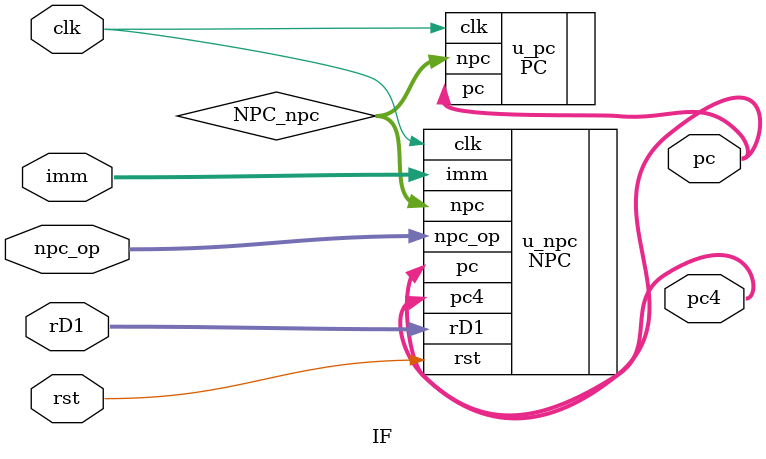
<source format=v>
`timescale 1ns / 1ps

module IF(
    input wire clk,
    input wire rst,
    input wire[31:0] rD1,
    input wire[31:0] imm,
    input wire[1:0] npc_op,
//    output wire[31:0] inst,
    output wire[31:0] pc,
    output wire[31:0] pc4
    );

wire[31:0] NPC_npc;
   
    PC u_pc(
        .clk(clk),
        .npc(NPC_npc),
        .pc(pc)
    );
    
    NPC u_npc(
        .clk(clk),
        .rst(rst),
        .npc_op(npc_op),
        .pc(pc),
        .rD1(rD1),
        .imm(imm),
        .npc(NPC_npc),
        .pc4(pc4)
    );
    
//    inst_mem u_inst_mem(
//        .a(pc[15:2]),
//        .spo(inst)
//    );
    
    
endmodule

</source>
